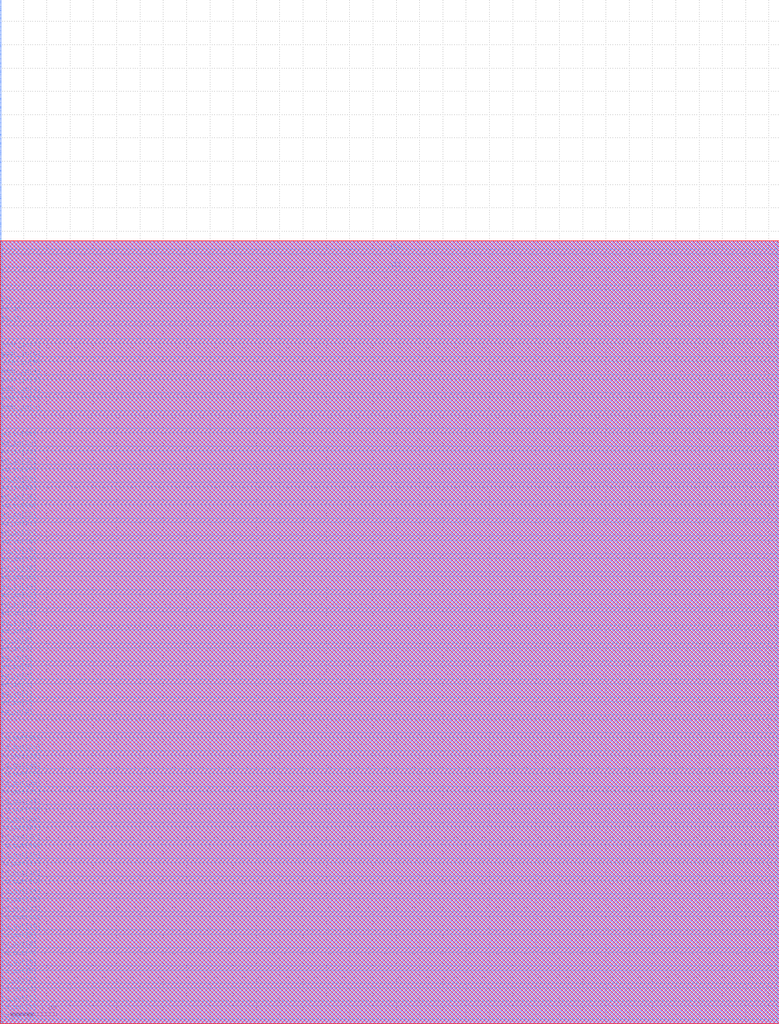
<source format=lef>
VERSION 5.7 ;
BUSBITCHARS "[]" ;
MACRO sram_asap7_32x256_1rw
  FOREIGN sram_asap7_32x256_1rw 0 0 ;
  SYMMETRY X Y R90 ;
  SIZE 16.720 BY 16.800 ;
  CLASS BLOCK ;
  PIN rd_out[0]
    DIRECTION OUTPUT ;
    USE SIGNAL ;
    SHAPE ABUTMENT ;
    PORT
      LAYER M4 ;
      RECT 0.000 0.048 0.024 0.072 ;
    END
  END rd_out[0]
  PIN rd_out[1]
    DIRECTION OUTPUT ;
    USE SIGNAL ;
    SHAPE ABUTMENT ;
    PORT
      LAYER M4 ;
      RECT 0.000 0.240 0.024 0.264 ;
    END
  END rd_out[1]
  PIN rd_out[2]
    DIRECTION OUTPUT ;
    USE SIGNAL ;
    SHAPE ABUTMENT ;
    PORT
      LAYER M4 ;
      RECT 0.000 0.432 0.024 0.456 ;
    END
  END rd_out[2]
  PIN rd_out[3]
    DIRECTION OUTPUT ;
    USE SIGNAL ;
    SHAPE ABUTMENT ;
    PORT
      LAYER M4 ;
      RECT 0.000 0.624 0.024 0.648 ;
    END
  END rd_out[3]
  PIN rd_out[4]
    DIRECTION OUTPUT ;
    USE SIGNAL ;
    SHAPE ABUTMENT ;
    PORT
      LAYER M4 ;
      RECT 0.000 0.816 0.024 0.840 ;
    END
  END rd_out[4]
  PIN rd_out[5]
    DIRECTION OUTPUT ;
    USE SIGNAL ;
    SHAPE ABUTMENT ;
    PORT
      LAYER M4 ;
      RECT 0.000 1.008 0.024 1.032 ;
    END
  END rd_out[5]
  PIN rd_out[6]
    DIRECTION OUTPUT ;
    USE SIGNAL ;
    SHAPE ABUTMENT ;
    PORT
      LAYER M4 ;
      RECT 0.000 1.200 0.024 1.224 ;
    END
  END rd_out[6]
  PIN rd_out[7]
    DIRECTION OUTPUT ;
    USE SIGNAL ;
    SHAPE ABUTMENT ;
    PORT
      LAYER M4 ;
      RECT 0.000 1.392 0.024 1.416 ;
    END
  END rd_out[7]
  PIN rd_out[8]
    DIRECTION OUTPUT ;
    USE SIGNAL ;
    SHAPE ABUTMENT ;
    PORT
      LAYER M4 ;
      RECT 0.000 1.584 0.024 1.608 ;
    END
  END rd_out[8]
  PIN rd_out[9]
    DIRECTION OUTPUT ;
    USE SIGNAL ;
    SHAPE ABUTMENT ;
    PORT
      LAYER M4 ;
      RECT 0.000 1.776 0.024 1.800 ;
    END
  END rd_out[9]
  PIN rd_out[10]
    DIRECTION OUTPUT ;
    USE SIGNAL ;
    SHAPE ABUTMENT ;
    PORT
      LAYER M4 ;
      RECT 0.000 1.968 0.024 1.992 ;
    END
  END rd_out[10]
  PIN rd_out[11]
    DIRECTION OUTPUT ;
    USE SIGNAL ;
    SHAPE ABUTMENT ;
    PORT
      LAYER M4 ;
      RECT 0.000 2.160 0.024 2.184 ;
    END
  END rd_out[11]
  PIN rd_out[12]
    DIRECTION OUTPUT ;
    USE SIGNAL ;
    SHAPE ABUTMENT ;
    PORT
      LAYER M4 ;
      RECT 0.000 2.352 0.024 2.376 ;
    END
  END rd_out[12]
  PIN rd_out[13]
    DIRECTION OUTPUT ;
    USE SIGNAL ;
    SHAPE ABUTMENT ;
    PORT
      LAYER M4 ;
      RECT 0.000 2.544 0.024 2.568 ;
    END
  END rd_out[13]
  PIN rd_out[14]
    DIRECTION OUTPUT ;
    USE SIGNAL ;
    SHAPE ABUTMENT ;
    PORT
      LAYER M4 ;
      RECT 0.000 2.736 0.024 2.760 ;
    END
  END rd_out[14]
  PIN rd_out[15]
    DIRECTION OUTPUT ;
    USE SIGNAL ;
    SHAPE ABUTMENT ;
    PORT
      LAYER M4 ;
      RECT 0.000 2.928 0.024 2.952 ;
    END
  END rd_out[15]
  PIN rd_out[16]
    DIRECTION OUTPUT ;
    USE SIGNAL ;
    SHAPE ABUTMENT ;
    PORT
      LAYER M4 ;
      RECT 0.000 3.120 0.024 3.144 ;
    END
  END rd_out[16]
  PIN rd_out[17]
    DIRECTION OUTPUT ;
    USE SIGNAL ;
    SHAPE ABUTMENT ;
    PORT
      LAYER M4 ;
      RECT 0.000 3.312 0.024 3.336 ;
    END
  END rd_out[17]
  PIN rd_out[18]
    DIRECTION OUTPUT ;
    USE SIGNAL ;
    SHAPE ABUTMENT ;
    PORT
      LAYER M4 ;
      RECT 0.000 3.504 0.024 3.528 ;
    END
  END rd_out[18]
  PIN rd_out[19]
    DIRECTION OUTPUT ;
    USE SIGNAL ;
    SHAPE ABUTMENT ;
    PORT
      LAYER M4 ;
      RECT 0.000 3.696 0.024 3.720 ;
    END
  END rd_out[19]
  PIN rd_out[20]
    DIRECTION OUTPUT ;
    USE SIGNAL ;
    SHAPE ABUTMENT ;
    PORT
      LAYER M4 ;
      RECT 0.000 3.888 0.024 3.912 ;
    END
  END rd_out[20]
  PIN rd_out[21]
    DIRECTION OUTPUT ;
    USE SIGNAL ;
    SHAPE ABUTMENT ;
    PORT
      LAYER M4 ;
      RECT 0.000 4.080 0.024 4.104 ;
    END
  END rd_out[21]
  PIN rd_out[22]
    DIRECTION OUTPUT ;
    USE SIGNAL ;
    SHAPE ABUTMENT ;
    PORT
      LAYER M4 ;
      RECT 0.000 4.272 0.024 4.296 ;
    END
  END rd_out[22]
  PIN rd_out[23]
    DIRECTION OUTPUT ;
    USE SIGNAL ;
    SHAPE ABUTMENT ;
    PORT
      LAYER M4 ;
      RECT 0.000 4.464 0.024 4.488 ;
    END
  END rd_out[23]
  PIN rd_out[24]
    DIRECTION OUTPUT ;
    USE SIGNAL ;
    SHAPE ABUTMENT ;
    PORT
      LAYER M4 ;
      RECT 0.000 4.656 0.024 4.680 ;
    END
  END rd_out[24]
  PIN rd_out[25]
    DIRECTION OUTPUT ;
    USE SIGNAL ;
    SHAPE ABUTMENT ;
    PORT
      LAYER M4 ;
      RECT 0.000 4.848 0.024 4.872 ;
    END
  END rd_out[25]
  PIN rd_out[26]
    DIRECTION OUTPUT ;
    USE SIGNAL ;
    SHAPE ABUTMENT ;
    PORT
      LAYER M4 ;
      RECT 0.000 5.040 0.024 5.064 ;
    END
  END rd_out[26]
  PIN rd_out[27]
    DIRECTION OUTPUT ;
    USE SIGNAL ;
    SHAPE ABUTMENT ;
    PORT
      LAYER M4 ;
      RECT 0.000 5.232 0.024 5.256 ;
    END
  END rd_out[27]
  PIN rd_out[28]
    DIRECTION OUTPUT ;
    USE SIGNAL ;
    SHAPE ABUTMENT ;
    PORT
      LAYER M4 ;
      RECT 0.000 5.424 0.024 5.448 ;
    END
  END rd_out[28]
  PIN rd_out[29]
    DIRECTION OUTPUT ;
    USE SIGNAL ;
    SHAPE ABUTMENT ;
    PORT
      LAYER M4 ;
      RECT 0.000 5.616 0.024 5.640 ;
    END
  END rd_out[29]
  PIN rd_out[30]
    DIRECTION OUTPUT ;
    USE SIGNAL ;
    SHAPE ABUTMENT ;
    PORT
      LAYER M4 ;
      RECT 0.000 5.808 0.024 5.832 ;
    END
  END rd_out[30]
  PIN rd_out[31]
    DIRECTION OUTPUT ;
    USE SIGNAL ;
    SHAPE ABUTMENT ;
    PORT
      LAYER M4 ;
      RECT 0.000 6.000 0.024 6.024 ;
    END
  END rd_out[31]
  PIN wd_in[0]
    DIRECTION INPUT ;
    USE SIGNAL ;
    SHAPE ABUTMENT ;
    PORT
      LAYER M4 ;
      RECT 0.000 6.576 0.024 6.600 ;
    END
  END wd_in[0]
  PIN wd_in[1]
    DIRECTION INPUT ;
    USE SIGNAL ;
    SHAPE ABUTMENT ;
    PORT
      LAYER M4 ;
      RECT 0.000 6.768 0.024 6.792 ;
    END
  END wd_in[1]
  PIN wd_in[2]
    DIRECTION INPUT ;
    USE SIGNAL ;
    SHAPE ABUTMENT ;
    PORT
      LAYER M4 ;
      RECT 0.000 6.960 0.024 6.984 ;
    END
  END wd_in[2]
  PIN wd_in[3]
    DIRECTION INPUT ;
    USE SIGNAL ;
    SHAPE ABUTMENT ;
    PORT
      LAYER M4 ;
      RECT 0.000 7.152 0.024 7.176 ;
    END
  END wd_in[3]
  PIN wd_in[4]
    DIRECTION INPUT ;
    USE SIGNAL ;
    SHAPE ABUTMENT ;
    PORT
      LAYER M4 ;
      RECT 0.000 7.344 0.024 7.368 ;
    END
  END wd_in[4]
  PIN wd_in[5]
    DIRECTION INPUT ;
    USE SIGNAL ;
    SHAPE ABUTMENT ;
    PORT
      LAYER M4 ;
      RECT 0.000 7.536 0.024 7.560 ;
    END
  END wd_in[5]
  PIN wd_in[6]
    DIRECTION INPUT ;
    USE SIGNAL ;
    SHAPE ABUTMENT ;
    PORT
      LAYER M4 ;
      RECT 0.000 7.728 0.024 7.752 ;
    END
  END wd_in[6]
  PIN wd_in[7]
    DIRECTION INPUT ;
    USE SIGNAL ;
    SHAPE ABUTMENT ;
    PORT
      LAYER M4 ;
      RECT 0.000 7.920 0.024 7.944 ;
    END
  END wd_in[7]
  PIN wd_in[8]
    DIRECTION INPUT ;
    USE SIGNAL ;
    SHAPE ABUTMENT ;
    PORT
      LAYER M4 ;
      RECT 0.000 8.112 0.024 8.136 ;
    END
  END wd_in[8]
  PIN wd_in[9]
    DIRECTION INPUT ;
    USE SIGNAL ;
    SHAPE ABUTMENT ;
    PORT
      LAYER M4 ;
      RECT 0.000 8.304 0.024 8.328 ;
    END
  END wd_in[9]
  PIN wd_in[10]
    DIRECTION INPUT ;
    USE SIGNAL ;
    SHAPE ABUTMENT ;
    PORT
      LAYER M4 ;
      RECT 0.000 8.496 0.024 8.520 ;
    END
  END wd_in[10]
  PIN wd_in[11]
    DIRECTION INPUT ;
    USE SIGNAL ;
    SHAPE ABUTMENT ;
    PORT
      LAYER M4 ;
      RECT 0.000 8.688 0.024 8.712 ;
    END
  END wd_in[11]
  PIN wd_in[12]
    DIRECTION INPUT ;
    USE SIGNAL ;
    SHAPE ABUTMENT ;
    PORT
      LAYER M4 ;
      RECT 0.000 8.880 0.024 8.904 ;
    END
  END wd_in[12]
  PIN wd_in[13]
    DIRECTION INPUT ;
    USE SIGNAL ;
    SHAPE ABUTMENT ;
    PORT
      LAYER M4 ;
      RECT 0.000 9.072 0.024 9.096 ;
    END
  END wd_in[13]
  PIN wd_in[14]
    DIRECTION INPUT ;
    USE SIGNAL ;
    SHAPE ABUTMENT ;
    PORT
      LAYER M4 ;
      RECT 0.000 9.264 0.024 9.288 ;
    END
  END wd_in[14]
  PIN wd_in[15]
    DIRECTION INPUT ;
    USE SIGNAL ;
    SHAPE ABUTMENT ;
    PORT
      LAYER M4 ;
      RECT 0.000 9.456 0.024 9.480 ;
    END
  END wd_in[15]
  PIN wd_in[16]
    DIRECTION INPUT ;
    USE SIGNAL ;
    SHAPE ABUTMENT ;
    PORT
      LAYER M4 ;
      RECT 0.000 9.648 0.024 9.672 ;
    END
  END wd_in[16]
  PIN wd_in[17]
    DIRECTION INPUT ;
    USE SIGNAL ;
    SHAPE ABUTMENT ;
    PORT
      LAYER M4 ;
      RECT 0.000 9.840 0.024 9.864 ;
    END
  END wd_in[17]
  PIN wd_in[18]
    DIRECTION INPUT ;
    USE SIGNAL ;
    SHAPE ABUTMENT ;
    PORT
      LAYER M4 ;
      RECT 0.000 10.032 0.024 10.056 ;
    END
  END wd_in[18]
  PIN wd_in[19]
    DIRECTION INPUT ;
    USE SIGNAL ;
    SHAPE ABUTMENT ;
    PORT
      LAYER M4 ;
      RECT 0.000 10.224 0.024 10.248 ;
    END
  END wd_in[19]
  PIN wd_in[20]
    DIRECTION INPUT ;
    USE SIGNAL ;
    SHAPE ABUTMENT ;
    PORT
      LAYER M4 ;
      RECT 0.000 10.416 0.024 10.440 ;
    END
  END wd_in[20]
  PIN wd_in[21]
    DIRECTION INPUT ;
    USE SIGNAL ;
    SHAPE ABUTMENT ;
    PORT
      LAYER M4 ;
      RECT 0.000 10.608 0.024 10.632 ;
    END
  END wd_in[21]
  PIN wd_in[22]
    DIRECTION INPUT ;
    USE SIGNAL ;
    SHAPE ABUTMENT ;
    PORT
      LAYER M4 ;
      RECT 0.000 10.800 0.024 10.824 ;
    END
  END wd_in[22]
  PIN wd_in[23]
    DIRECTION INPUT ;
    USE SIGNAL ;
    SHAPE ABUTMENT ;
    PORT
      LAYER M4 ;
      RECT 0.000 10.992 0.024 11.016 ;
    END
  END wd_in[23]
  PIN wd_in[24]
    DIRECTION INPUT ;
    USE SIGNAL ;
    SHAPE ABUTMENT ;
    PORT
      LAYER M4 ;
      RECT 0.000 11.184 0.024 11.208 ;
    END
  END wd_in[24]
  PIN wd_in[25]
    DIRECTION INPUT ;
    USE SIGNAL ;
    SHAPE ABUTMENT ;
    PORT
      LAYER M4 ;
      RECT 0.000 11.376 0.024 11.400 ;
    END
  END wd_in[25]
  PIN wd_in[26]
    DIRECTION INPUT ;
    USE SIGNAL ;
    SHAPE ABUTMENT ;
    PORT
      LAYER M4 ;
      RECT 0.000 11.568 0.024 11.592 ;
    END
  END wd_in[26]
  PIN wd_in[27]
    DIRECTION INPUT ;
    USE SIGNAL ;
    SHAPE ABUTMENT ;
    PORT
      LAYER M4 ;
      RECT 0.000 11.760 0.024 11.784 ;
    END
  END wd_in[27]
  PIN wd_in[28]
    DIRECTION INPUT ;
    USE SIGNAL ;
    SHAPE ABUTMENT ;
    PORT
      LAYER M4 ;
      RECT 0.000 11.952 0.024 11.976 ;
    END
  END wd_in[28]
  PIN wd_in[29]
    DIRECTION INPUT ;
    USE SIGNAL ;
    SHAPE ABUTMENT ;
    PORT
      LAYER M4 ;
      RECT 0.000 12.144 0.024 12.168 ;
    END
  END wd_in[29]
  PIN wd_in[30]
    DIRECTION INPUT ;
    USE SIGNAL ;
    SHAPE ABUTMENT ;
    PORT
      LAYER M4 ;
      RECT 0.000 12.336 0.024 12.360 ;
    END
  END wd_in[30]
  PIN wd_in[31]
    DIRECTION INPUT ;
    USE SIGNAL ;
    SHAPE ABUTMENT ;
    PORT
      LAYER M4 ;
      RECT 0.000 12.528 0.024 12.552 ;
    END
  END wd_in[31]
  PIN addr_in[0]
    DIRECTION INPUT ;
    USE SIGNAL ;
    SHAPE ABUTMENT ;
    PORT
      LAYER M4 ;
      RECT 0.000 13.104 0.024 13.128 ;
    END
  END addr_in[0]
  PIN addr_in[1]
    DIRECTION INPUT ;
    USE SIGNAL ;
    SHAPE ABUTMENT ;
    PORT
      LAYER M4 ;
      RECT 0.000 13.296 0.024 13.320 ;
    END
  END addr_in[1]
  PIN addr_in[2]
    DIRECTION INPUT ;
    USE SIGNAL ;
    SHAPE ABUTMENT ;
    PORT
      LAYER M4 ;
      RECT 0.000 13.488 0.024 13.512 ;
    END
  END addr_in[2]
  PIN addr_in[3]
    DIRECTION INPUT ;
    USE SIGNAL ;
    SHAPE ABUTMENT ;
    PORT
      LAYER M4 ;
      RECT 0.000 13.680 0.024 13.704 ;
    END
  END addr_in[3]
  PIN addr_in[4]
    DIRECTION INPUT ;
    USE SIGNAL ;
    SHAPE ABUTMENT ;
    PORT
      LAYER M4 ;
      RECT 0.000 13.872 0.024 13.896 ;
    END
  END addr_in[4]
  PIN addr_in[5]
    DIRECTION INPUT ;
    USE SIGNAL ;
    SHAPE ABUTMENT ;
    PORT
      LAYER M4 ;
      RECT 0.000 14.064 0.024 14.088 ;
    END
  END addr_in[5]
  PIN addr_in[6]
    DIRECTION INPUT ;
    USE SIGNAL ;
    SHAPE ABUTMENT ;
    PORT
      LAYER M4 ;
      RECT 0.000 14.256 0.024 14.280 ;
    END
  END addr_in[6]
  PIN addr_in[7]
    DIRECTION INPUT ;
    USE SIGNAL ;
    SHAPE ABUTMENT ;
    PORT
      LAYER M4 ;
      RECT 0.000 14.448 0.024 14.472 ;
    END
  END addr_in[7]
  PIN we_in
    DIRECTION INPUT ;
    USE SIGNAL ;
    SHAPE ABUTMENT ;
    PORT
      LAYER M4 ;
      RECT 0.000 15.024 0.024 15.048 ;
    END
  END we_in
  PIN ce_in
    DIRECTION INPUT ;
    USE SIGNAL ;
    SHAPE ABUTMENT ;
    PORT
      LAYER M4 ;
      RECT 0.000 15.216 0.024 15.240 ;
    END
  END ce_in
  PIN clk
    DIRECTION INPUT ;
    USE SIGNAL ;
    SHAPE ABUTMENT ;
    PORT
      LAYER M4 ;
      RECT 0.000 15.408 0.024 15.432 ;
    END
  END clk
  PIN VSS
    DIRECTION INOUT ;
    USE GROUND ;
    PORT
      LAYER M4 ;
      RECT 0.048 0.000 16.672 0.096 ;
      RECT 0.048 0.768 16.672 0.864 ;
      RECT 0.048 1.536 16.672 1.632 ;
      RECT 0.048 2.304 16.672 2.400 ;
      RECT 0.048 3.072 16.672 3.168 ;
      RECT 0.048 3.840 16.672 3.936 ;
      RECT 0.048 4.608 16.672 4.704 ;
      RECT 0.048 5.376 16.672 5.472 ;
      RECT 0.048 6.144 16.672 6.240 ;
      RECT 0.048 6.912 16.672 7.008 ;
      RECT 0.048 7.680 16.672 7.776 ;
      RECT 0.048 8.448 16.672 8.544 ;
      RECT 0.048 9.216 16.672 9.312 ;
      RECT 0.048 9.984 16.672 10.080 ;
      RECT 0.048 10.752 16.672 10.848 ;
      RECT 0.048 11.520 16.672 11.616 ;
      RECT 0.048 12.288 16.672 12.384 ;
      RECT 0.048 13.056 16.672 13.152 ;
      RECT 0.048 13.824 16.672 13.920 ;
      RECT 0.048 14.592 16.672 14.688 ;
      RECT 0.048 15.360 16.672 15.456 ;
      RECT 0.048 16.128 16.672 16.224 ;
    END
  END VSS
  PIN VDD
    DIRECTION INOUT ;
    USE POWER ;
    PORT
      LAYER M4 ;
      RECT 0.048 0.384 16.672 0.480 ;
      RECT 0.048 1.152 16.672 1.248 ;
      RECT 0.048 1.920 16.672 2.016 ;
      RECT 0.048 2.688 16.672 2.784 ;
      RECT 0.048 3.456 16.672 3.552 ;
      RECT 0.048 4.224 16.672 4.320 ;
      RECT 0.048 4.992 16.672 5.088 ;
      RECT 0.048 5.760 16.672 5.856 ;
      RECT 0.048 6.528 16.672 6.624 ;
      RECT 0.048 7.296 16.672 7.392 ;
      RECT 0.048 8.064 16.672 8.160 ;
      RECT 0.048 8.832 16.672 8.928 ;
      RECT 0.048 9.600 16.672 9.696 ;
      RECT 0.048 10.368 16.672 10.464 ;
      RECT 0.048 11.136 16.672 11.232 ;
      RECT 0.048 11.904 16.672 12.000 ;
      RECT 0.048 12.672 16.672 12.768 ;
      RECT 0.048 13.440 16.672 13.536 ;
      RECT 0.048 14.208 16.672 14.304 ;
      RECT 0.048 14.976 16.672 15.072 ;
      RECT 0.048 15.744 16.672 15.840 ;
      RECT 0.048 16.512 16.672 16.608 ;
    END
  END VDD
  OBS
    LAYER M1 ;
    RECT 0 0 16.720 16.800 ;
    LAYER M2 ;
    RECT 0 0 16.720 16.800 ;
    LAYER M3 ;
    RECT 0 0 16.720 16.800 ;
    LAYER M4 ;
    RECT 0.024 0 0.048 16.800 ;
    RECT 16.672 0 16.720 16.800 ;
    RECT 0.048 0.000 16.672 0.000 ;
    RECT 0.048 0.096 16.672 0.384 ;
    RECT 0.048 0.480 16.672 0.768 ;
    RECT 0.048 0.864 16.672 1.152 ;
    RECT 0.048 1.248 16.672 1.536 ;
    RECT 0.048 1.632 16.672 1.920 ;
    RECT 0.048 2.016 16.672 2.304 ;
    RECT 0.048 2.400 16.672 2.688 ;
    RECT 0.048 2.784 16.672 3.072 ;
    RECT 0.048 3.168 16.672 3.456 ;
    RECT 0.048 3.552 16.672 3.840 ;
    RECT 0.048 3.936 16.672 4.224 ;
    RECT 0.048 4.320 16.672 4.608 ;
    RECT 0.048 4.704 16.672 4.992 ;
    RECT 0.048 5.088 16.672 5.376 ;
    RECT 0.048 5.472 16.672 5.760 ;
    RECT 0.048 5.856 16.672 6.144 ;
    RECT 0.048 6.240 16.672 6.528 ;
    RECT 0.048 6.624 16.672 6.912 ;
    RECT 0.048 7.008 16.672 7.296 ;
    RECT 0.048 7.392 16.672 7.680 ;
    RECT 0.048 7.776 16.672 8.064 ;
    RECT 0.048 8.160 16.672 8.448 ;
    RECT 0.048 8.544 16.672 8.832 ;
    RECT 0.048 8.928 16.672 9.216 ;
    RECT 0.048 9.312 16.672 9.600 ;
    RECT 0.048 9.696 16.672 9.984 ;
    RECT 0.048 10.080 16.672 10.368 ;
    RECT 0.048 10.464 16.672 10.752 ;
    RECT 0.048 10.848 16.672 11.136 ;
    RECT 0.048 11.232 16.672 11.520 ;
    RECT 0.048 11.616 16.672 11.904 ;
    RECT 0.048 12.000 16.672 12.288 ;
    RECT 0.048 12.384 16.672 12.672 ;
    RECT 0.048 12.768 16.672 13.056 ;
    RECT 0.048 13.152 16.672 13.440 ;
    RECT 0.048 13.536 16.672 13.824 ;
    RECT 0.048 13.920 16.672 14.208 ;
    RECT 0.048 14.304 16.672 14.592 ;
    RECT 0.048 14.688 16.672 14.976 ;
    RECT 0.048 15.072 16.672 15.360 ;
    RECT 0.048 15.456 16.672 15.744 ;
    RECT 0.048 15.840 16.672 16.128 ;
    RECT 0.048 16.224 16.672 16.512 ;
    RECT 0.048 16.608 16.672 16.800 ;
    RECT 0 0.000 0.024 0.048 ;
    RECT 0 0.072 0.024 0.240 ;
    RECT 0 0.264 0.024 0.432 ;
    RECT 0 0.456 0.024 0.624 ;
    RECT 0 0.648 0.024 0.816 ;
    RECT 0 0.840 0.024 1.008 ;
    RECT 0 1.032 0.024 1.200 ;
    RECT 0 1.224 0.024 1.392 ;
    RECT 0 1.416 0.024 1.584 ;
    RECT 0 1.608 0.024 1.776 ;
    RECT 0 1.800 0.024 1.968 ;
    RECT 0 1.992 0.024 2.160 ;
    RECT 0 2.184 0.024 2.352 ;
    RECT 0 2.376 0.024 2.544 ;
    RECT 0 2.568 0.024 2.736 ;
    RECT 0 2.760 0.024 2.928 ;
    RECT 0 2.952 0.024 3.120 ;
    RECT 0 3.144 0.024 3.312 ;
    RECT 0 3.336 0.024 3.504 ;
    RECT 0 3.528 0.024 3.696 ;
    RECT 0 3.720 0.024 3.888 ;
    RECT 0 3.912 0.024 4.080 ;
    RECT 0 4.104 0.024 4.272 ;
    RECT 0 4.296 0.024 4.464 ;
    RECT 0 4.488 0.024 4.656 ;
    RECT 0 4.680 0.024 4.848 ;
    RECT 0 4.872 0.024 5.040 ;
    RECT 0 5.064 0.024 5.232 ;
    RECT 0 5.256 0.024 5.424 ;
    RECT 0 5.448 0.024 5.616 ;
    RECT 0 5.640 0.024 5.808 ;
    RECT 0 5.832 0.024 6.000 ;
    RECT 0 6.024 0.024 6.576 ;
    RECT 0 6.600 0.024 6.768 ;
    RECT 0 6.792 0.024 6.960 ;
    RECT 0 6.984 0.024 7.152 ;
    RECT 0 7.176 0.024 7.344 ;
    RECT 0 7.368 0.024 7.536 ;
    RECT 0 7.560 0.024 7.728 ;
    RECT 0 7.752 0.024 7.920 ;
    RECT 0 7.944 0.024 8.112 ;
    RECT 0 8.136 0.024 8.304 ;
    RECT 0 8.328 0.024 8.496 ;
    RECT 0 8.520 0.024 8.688 ;
    RECT 0 8.712 0.024 8.880 ;
    RECT 0 8.904 0.024 9.072 ;
    RECT 0 9.096 0.024 9.264 ;
    RECT 0 9.288 0.024 9.456 ;
    RECT 0 9.480 0.024 9.648 ;
    RECT 0 9.672 0.024 9.840 ;
    RECT 0 9.864 0.024 10.032 ;
    RECT 0 10.056 0.024 10.224 ;
    RECT 0 10.248 0.024 10.416 ;
    RECT 0 10.440 0.024 10.608 ;
    RECT 0 10.632 0.024 10.800 ;
    RECT 0 10.824 0.024 10.992 ;
    RECT 0 11.016 0.024 11.184 ;
    RECT 0 11.208 0.024 11.376 ;
    RECT 0 11.400 0.024 11.568 ;
    RECT 0 11.592 0.024 11.760 ;
    RECT 0 11.784 0.024 11.952 ;
    RECT 0 11.976 0.024 12.144 ;
    RECT 0 12.168 0.024 12.336 ;
    RECT 0 12.360 0.024 12.528 ;
    RECT 0 12.552 0.024 13.104 ;
    RECT 0 13.128 0.024 13.296 ;
    RECT 0 13.320 0.024 13.488 ;
    RECT 0 13.512 0.024 13.680 ;
    RECT 0 13.704 0.024 13.872 ;
    RECT 0 13.896 0.024 14.064 ;
    RECT 0 14.088 0.024 14.256 ;
    RECT 0 14.280 0.024 14.448 ;
    RECT 0 14.472 0.024 14.640 ;
    RECT 0 14.664 0.024 14.832 ;
    RECT 0 14.856 0.024 15.024 ;
    RECT 0 15.048 0.024 15.216 ;
    RECT 0 15.240 0.024 15.408 ;
    RECT 0 15.432 0.024 15.600 ;
    RECT 0 15.624 0.024 15.792 ;
    RECT 0 15.816 0.024 15.984 ;
    RECT 0 16.008 0.024 16.176 ;
    RECT 0 16.200 0.024 16.368 ;
    RECT 0 16.392 0.024 16.560 ;
    RECT 0 16.584 0.024 16.752 ;
    RECT 0 16.776 0.024 16.944 ;
    RECT 0 16.968 0.024 17.136 ;
    RECT 0 17.160 0.024 17.328 ;
    RECT 0 17.352 0.024 17.520 ;
    RECT 0 17.544 0.024 17.712 ;
    RECT 0 17.736 0.024 17.904 ;
    RECT 0 17.928 0.024 18.096 ;
    RECT 0 18.120 0.024 18.288 ;
    RECT 0 18.312 0.024 18.480 ;
    RECT 0 18.504 0.024 18.672 ;
    RECT 0 18.696 0.024 18.864 ;
    RECT 0 18.888 0.024 19.056 ;
    RECT 0 19.080 0.024 19.632 ;
    RECT 0 19.656 0.024 19.824 ;
    RECT 0 19.848 0.024 20.016 ;
    RECT 0 20.040 0.024 20.208 ;
    RECT 0 20.232 0.024 20.400 ;
    RECT 0 20.424 0.024 20.592 ;
    RECT 0 20.616 0.024 20.784 ;
    RECT 0 20.808 0.024 20.976 ;
    RECT 0 21.000 0.024 21.552 ;
    RECT 0 21.576 0.024 21.744 ;
    RECT 0 21.768 0.024 21.936 ;
    RECT 0 21.960 0.024 16.800 ;
    LAYER OVERLAP ;
    RECT 0 0 16.720 16.800 ;
  END
END sram_asap7_32x256_1rw

END LIBRARY

</source>
